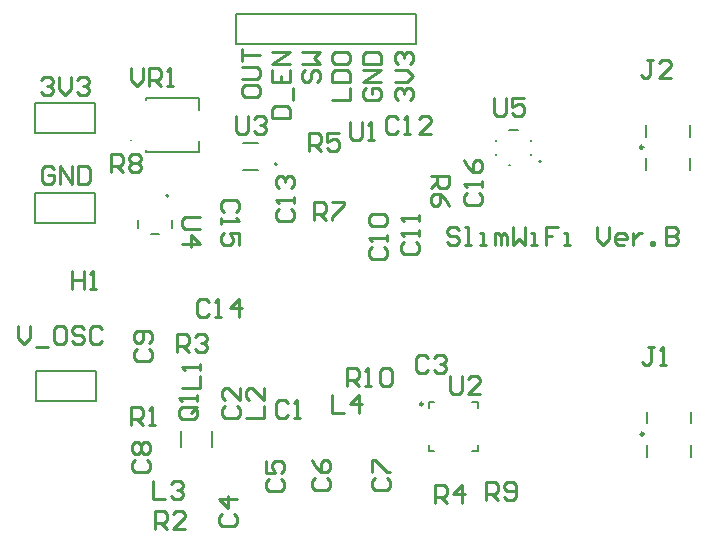
<source format=gbr>
%TF.GenerationSoftware,Altium Limited,Altium Designer,22.6.1 (34)*%
G04 Layer_Color=65535*
%FSLAX26Y26*%
%MOIN*%
%TF.SameCoordinates,2B337168-DF0E-4336-AB3C-9C7F5D13073F*%
%TF.FilePolarity,Positive*%
%TF.FileFunction,Legend,Top*%
%TF.Part,Single*%
G01*
G75*
%TA.AperFunction,NonConductor*%
%ADD40C,0.009842*%
%ADD41C,0.011024*%
%ADD42C,0.007874*%
%ADD43C,0.005000*%
%ADD44C,0.010000*%
D40*
X2393622Y1444803D02*
G03*
X2393622Y1444803I-4921J0D01*
G01*
D41*
X3129961Y1345000D02*
G03*
X3129961Y1345000I-5512J0D01*
G01*
X3127835Y2301220D02*
G03*
X3127835Y2301220I-5512J0D01*
G01*
D42*
X2787520Y2252953D02*
G03*
X2787520Y2252953I-3937J0D01*
G01*
X1906614Y2244409D02*
G03*
X1906614Y2244409I-3937J0D01*
G01*
X1545276Y2139882D02*
G03*
X1545276Y2139882I-3937J0D01*
G01*
X1420236Y2324606D02*
G03*
X1420236Y2324606I-1968J0D01*
G01*
X1302450Y1455000D02*
Y1555000D01*
X1102450Y1455000D02*
X1302450D01*
X1102450D02*
Y1555000D01*
X1302450D01*
X2414291Y1289291D02*
X2432008D01*
X2414291D02*
Y1307008D01*
X2557992Y1289291D02*
X2575709D01*
Y1307008D01*
Y1432992D02*
Y1450709D01*
X2557992D02*
X2575709D01*
X2414291D02*
X2432008D01*
X2414291Y1432992D02*
Y1450709D01*
X1586937Y1300431D02*
Y1355549D01*
X1689299Y1300431D02*
Y1355549D01*
X1770000Y2645000D02*
Y2745000D01*
X2370000Y2645000D02*
Y2745000D01*
X1770000Y2645000D02*
X2370000D01*
X1770000Y2745000D02*
X2370000D01*
X1300000Y2050000D02*
Y2150000D01*
X1100000Y2050000D02*
X1300000D01*
X1100000D02*
Y2150000D01*
X1300000D01*
Y2350000D02*
Y2450000D01*
X1100000Y2350000D02*
X1300000D01*
X1100000D02*
Y2450000D01*
X1300000D01*
D43*
X3285866Y1270197D02*
Y1309567D01*
Y1380433D02*
Y1419803D01*
X3139803Y1270197D02*
Y1309567D01*
Y1380433D02*
Y1419803D01*
X2754055Y2275197D02*
Y2277559D01*
X2680039Y2359055D02*
X2709961D01*
X2754055Y2322441D02*
Y2324803D01*
X2635945Y2275197D02*
Y2277559D01*
Y2322441D02*
Y2324803D01*
X2680039Y2240945D02*
X2684370D01*
X1795394Y2223937D02*
X1844606D01*
X1795394Y2316063D02*
X1844606D01*
X1442913Y2032008D02*
Y2057992D01*
X1486811Y2013504D02*
X1513189D01*
X1557087Y2032008D02*
Y2057992D01*
X3283740Y2226417D02*
Y2265787D01*
Y2336654D02*
Y2376024D01*
X3137677Y2226417D02*
Y2265787D01*
Y2336654D02*
Y2376024D01*
X1648583Y2426772D02*
Y2463583D01*
X1471417D02*
X1648583D01*
X1471417Y2459646D02*
Y2463583D01*
Y2286417D02*
Y2290354D01*
Y2286417D02*
X1648583D01*
Y2323228D01*
D44*
X1225013Y1889990D02*
Y1830010D01*
Y1860000D01*
X1265000D01*
Y1889990D01*
Y1830010D01*
X1284994D02*
X1304987D01*
X1294990D01*
Y1889990D01*
X1284994Y1879994D01*
X2514987Y2024984D02*
X2504990Y2034981D01*
X2484997D01*
X2475000Y2024984D01*
Y2014987D01*
X2484997Y2004990D01*
X2504990D01*
X2514987Y1994994D01*
Y1984997D01*
X2504990Y1975000D01*
X2484997D01*
X2475000Y1984997D01*
X2534981Y1975000D02*
X2554974D01*
X2544977D01*
Y2034981D01*
X2534981D01*
X2584964Y1975000D02*
X2604958D01*
X2594961D01*
Y2014987D01*
X2584964D01*
X2634948Y1975000D02*
Y2014987D01*
X2644945D01*
X2654942Y2004990D01*
Y1975000D01*
Y2004990D01*
X2664939Y2014987D01*
X2674935Y2004990D01*
Y1975000D01*
X2694929Y2034981D02*
Y1975000D01*
X2714922Y1994994D01*
X2734916Y1975000D01*
Y2034981D01*
X2754909Y1975000D02*
X2774903D01*
X2764906D01*
Y2014987D01*
X2754909D01*
X2844880Y2034981D02*
X2804893D01*
Y2004990D01*
X2824887D01*
X2804893D01*
Y1975000D01*
X2864874D02*
X2884867D01*
X2874871D01*
Y2014987D01*
X2864874D01*
X2974838Y2034981D02*
Y1994994D01*
X2994832Y1975000D01*
X3014825Y1994994D01*
Y2034981D01*
X3064809Y1975000D02*
X3044816D01*
X3034819Y1984997D01*
Y2004990D01*
X3044816Y2014987D01*
X3064809D01*
X3074806Y2004990D01*
Y1994994D01*
X3034819D01*
X3094799Y2014987D02*
Y1975000D01*
Y1994994D01*
X3104796Y2004990D01*
X3114793Y2014987D01*
X3124790D01*
X3154780Y1975000D02*
Y1984997D01*
X3164777D01*
Y1975000D01*
X3154780D01*
X3204764Y2034981D02*
Y1975000D01*
X3234754D01*
X3244751Y1984997D01*
Y1994994D01*
X3234754Y2004990D01*
X3204764D01*
X3234754D01*
X3244751Y2014987D01*
Y2024984D01*
X3234754Y2034981D01*
X3204764D01*
X1890023Y2400000D02*
X1950003D01*
Y2429990D01*
X1940006Y2439987D01*
X1900019D01*
X1890023Y2429990D01*
Y2400000D01*
X1960000Y2459981D02*
Y2499968D01*
X1890023Y2559948D02*
Y2519961D01*
X1950003D01*
Y2559948D01*
X1920013Y2519961D02*
Y2539955D01*
X1950003Y2579942D02*
X1890023D01*
X1950003Y2619929D01*
X1890023D01*
X2000016Y2559987D02*
X1990019Y2549990D01*
Y2529997D01*
X2000016Y2520000D01*
X2010013D01*
X2020010Y2529997D01*
Y2549990D01*
X2030006Y2559987D01*
X2040003D01*
X2050000Y2549990D01*
Y2529997D01*
X2040003Y2520000D01*
X1990019Y2579981D02*
X2050000D01*
X2030006Y2599974D01*
X2050000Y2619968D01*
X1990019D01*
X2205016Y2499987D02*
X2195019Y2489990D01*
Y2469997D01*
X2205016Y2460000D01*
X2245003D01*
X2255000Y2469997D01*
Y2489990D01*
X2245003Y2499987D01*
X2225010D01*
Y2479994D01*
X2255000Y2519981D02*
X2195019D01*
X2255000Y2559968D01*
X2195019D01*
Y2579961D02*
X2255000D01*
Y2609952D01*
X2245003Y2619948D01*
X2205016D01*
X2195019Y2609952D01*
Y2579961D01*
X2310016Y2460000D02*
X2300019Y2469997D01*
Y2489990D01*
X2310016Y2499987D01*
X2320013D01*
X2330010Y2489990D01*
Y2479994D01*
Y2489990D01*
X2340006Y2499987D01*
X2350003D01*
X2360000Y2489990D01*
Y2469997D01*
X2350003Y2460000D01*
X2300019Y2519981D02*
X2340006D01*
X2360000Y2539974D01*
X2340006Y2559968D01*
X2300019D01*
X2310016Y2579961D02*
X2300019Y2589958D01*
Y2609952D01*
X2310016Y2619948D01*
X2320013D01*
X2330010Y2609952D01*
Y2599955D01*
Y2609952D01*
X2340006Y2619948D01*
X2350003D01*
X2360000Y2609952D01*
Y2589958D01*
X2350003Y2579961D01*
X1045000Y1704977D02*
Y1664990D01*
X1064994Y1644997D01*
X1084987Y1664990D01*
Y1704977D01*
X1104981Y1635000D02*
X1144968D01*
X1194951Y1704977D02*
X1174958D01*
X1164961Y1694981D01*
Y1654994D01*
X1174958Y1644997D01*
X1194951D01*
X1204948Y1654994D01*
Y1694981D01*
X1194951Y1704977D01*
X1264929Y1694981D02*
X1254932Y1704977D01*
X1234939D01*
X1224942Y1694981D01*
Y1684984D01*
X1234939Y1674987D01*
X1254932D01*
X1264929Y1664990D01*
Y1654994D01*
X1254932Y1644997D01*
X1234939D01*
X1224942Y1654994D01*
X1324909Y1694981D02*
X1314913Y1704977D01*
X1294919D01*
X1284922Y1694981D01*
Y1654994D01*
X1294919Y1644997D01*
X1314913D01*
X1324909Y1654994D01*
X2090019Y2460000D02*
X2150000D01*
Y2499987D01*
X2090019Y2519981D02*
X2150000D01*
Y2549971D01*
X2140003Y2559968D01*
X2100016D01*
X2090019Y2549971D01*
Y2519981D01*
Y2609952D02*
Y2589958D01*
X2100016Y2579961D01*
X2140003D01*
X2150000Y2589958D01*
Y2609952D01*
X2140003Y2619948D01*
X2100016D01*
X2090019Y2609952D01*
X1790019Y2499990D02*
Y2479997D01*
X1800016Y2470000D01*
X1840003D01*
X1850000Y2479997D01*
Y2499990D01*
X1840003Y2509987D01*
X1800016D01*
X1790019Y2499990D01*
Y2529981D02*
X1840003D01*
X1850000Y2539977D01*
Y2559971D01*
X1840003Y2569968D01*
X1790019D01*
Y2589961D02*
Y2629948D01*
Y2609955D01*
X1850000D01*
X1164987Y2229984D02*
X1154990Y2239981D01*
X1134997D01*
X1125000Y2229984D01*
Y2189997D01*
X1134997Y2180000D01*
X1154990D01*
X1164987Y2189997D01*
Y2209990D01*
X1144994D01*
X1184981Y2180000D02*
Y2239981D01*
X1224968Y2180000D01*
Y2239981D01*
X1244961D02*
Y2180000D01*
X1274951D01*
X1284948Y2189997D01*
Y2229984D01*
X1274951Y2239981D01*
X1244961D01*
X1120000Y2524984D02*
X1129997Y2534981D01*
X1149990D01*
X1159987Y2524984D01*
Y2514987D01*
X1149990Y2504990D01*
X1139994D01*
X1149990D01*
X1159987Y2494994D01*
Y2484997D01*
X1149990Y2475000D01*
X1129997D01*
X1120000Y2484997D01*
X1179981Y2534981D02*
Y2494994D01*
X1199974Y2475000D01*
X1219968Y2494994D01*
Y2534981D01*
X1239961Y2524984D02*
X1249958Y2534981D01*
X1269951D01*
X1279948Y2524984D01*
Y2514987D01*
X1269951Y2504990D01*
X1259955D01*
X1269951D01*
X1279948Y2494994D01*
Y2484997D01*
X1269951Y2475000D01*
X1249958D01*
X1239961Y2484997D01*
X2140024Y1505010D02*
Y1564990D01*
X2170015D01*
X2180011Y1554994D01*
Y1535000D01*
X2170015Y1525003D01*
X2140024D01*
X2160018D02*
X2180011Y1505010D01*
X2200005D02*
X2219998D01*
X2210002D01*
Y1564990D01*
X2200005Y1554994D01*
X2249989D02*
X2259985Y1564990D01*
X2279979D01*
X2289976Y1554994D01*
Y1515006D01*
X2279979Y1505010D01*
X2259985D01*
X2249989Y1515006D01*
Y1554994D01*
X2605016Y1125010D02*
Y1184990D01*
X2635006D01*
X2645003Y1174994D01*
Y1155000D01*
X2635006Y1145003D01*
X2605016D01*
X2625010D02*
X2645003Y1125010D01*
X2664997Y1135006D02*
X2674994Y1125010D01*
X2694987D01*
X2704984Y1135006D01*
Y1174994D01*
X2694987Y1184990D01*
X2674994D01*
X2664997Y1174994D01*
Y1164997D01*
X2674994Y1155000D01*
X2704984D01*
X2631000Y2463981D02*
Y2413997D01*
X2640997Y2404000D01*
X2660990D01*
X2670987Y2413997D01*
Y2463981D01*
X2730968D02*
X2690981D01*
Y2433990D01*
X2710974Y2443987D01*
X2720971D01*
X2730968Y2433990D01*
Y2413997D01*
X2720971Y2404000D01*
X2700977D01*
X2690981Y2413997D01*
X2540006Y2150011D02*
X2530010Y2140015D01*
Y2120021D01*
X2540006Y2110024D01*
X2579993D01*
X2589990Y2120021D01*
Y2140015D01*
X2579993Y2150011D01*
X2589990Y2170005D02*
Y2189998D01*
Y2180002D01*
X2530010D01*
X2540006Y2170005D01*
X2530010Y2259976D02*
X2540006Y2239982D01*
X2560000Y2219989D01*
X2579993D01*
X2589990Y2229985D01*
Y2249979D01*
X2579993Y2259976D01*
X2569997D01*
X2560000Y2249979D01*
Y2219989D01*
X1355016Y2220010D02*
Y2279990D01*
X1385006D01*
X1395003Y2269994D01*
Y2250000D01*
X1385006Y2240003D01*
X1355016D01*
X1375010D02*
X1395003Y2220010D01*
X1414997Y2269994D02*
X1424994Y2279990D01*
X1444987D01*
X1454984Y2269994D01*
Y2259997D01*
X1444987Y2250000D01*
X1454984Y2240003D01*
Y2230006D01*
X1444987Y2220010D01*
X1424994D01*
X1414997Y2230006D01*
Y2240003D01*
X1424994Y2250000D01*
X1414997Y2259997D01*
Y2269994D01*
X1424994Y2250000D02*
X1444987D01*
X2030016Y2060010D02*
Y2119990D01*
X2060006D01*
X2070003Y2109994D01*
Y2090000D01*
X2060006Y2080003D01*
X2030016D01*
X2050010D02*
X2070003Y2060010D01*
X2089997Y2119990D02*
X2129984D01*
Y2109994D01*
X2089997Y2070006D01*
Y2060010D01*
X1770016Y2404990D02*
Y2355006D01*
X1780013Y2345010D01*
X1800006D01*
X1810003Y2355006D01*
Y2404990D01*
X1829997Y2394994D02*
X1839994Y2404990D01*
X1859987D01*
X1869984Y2394994D01*
Y2384997D01*
X1859987Y2375000D01*
X1849990D01*
X1859987D01*
X1869984Y2365003D01*
Y2355006D01*
X1859987Y2345010D01*
X1839994D01*
X1829997Y2355006D01*
X2150013Y2384990D02*
Y2335006D01*
X2160010Y2325010D01*
X2180003D01*
X2190000Y2335006D01*
Y2384990D01*
X2209994Y2325010D02*
X2229987D01*
X2219990D01*
Y2384990D01*
X2209994Y2374994D01*
X1422000Y2563981D02*
Y2523994D01*
X1441994Y2504000D01*
X1461987Y2523994D01*
Y2563981D01*
X1481981Y2504000D02*
Y2563981D01*
X1511971D01*
X1521968Y2553984D01*
Y2533990D01*
X1511971Y2523994D01*
X1481981D01*
X1501974D02*
X1521968Y2504000D01*
X1541961D02*
X1561955D01*
X1551958D01*
Y2563981D01*
X1541961Y2553984D01*
X1649990Y2069984D02*
X1600006D01*
X1590010Y2059987D01*
Y2039994D01*
X1600006Y2029997D01*
X1649990D01*
X1590010Y1980013D02*
X1649990D01*
X1620000Y2010003D01*
Y1970016D01*
X2420010Y2204984D02*
X2479990D01*
Y2174993D01*
X2469994Y2164997D01*
X2450000D01*
X2440003Y2174993D01*
Y2204984D01*
Y2184990D02*
X2420010Y2164997D01*
X2479990Y2105016D02*
X2469994Y2125010D01*
X2450000Y2145003D01*
X2430007D01*
X2420010Y2135006D01*
Y2115013D01*
X2430007Y2105016D01*
X2440003D01*
X2450000Y2115013D01*
Y2145003D01*
X2012575Y2290010D02*
Y2349990D01*
X2042565D01*
X2052562Y2339993D01*
Y2320000D01*
X2042565Y2310003D01*
X2012575D01*
X2032569D02*
X2052562Y2290010D01*
X2112543Y2349990D02*
X2072556D01*
Y2320000D01*
X2092549Y2329997D01*
X2102546D01*
X2112543Y2320000D01*
Y2300006D01*
X2102546Y2290010D01*
X2082553D01*
X2072556Y2300006D01*
X3160987Y2590981D02*
X3140994D01*
X3150990D01*
Y2540997D01*
X3140994Y2531000D01*
X3130997D01*
X3121000Y2540997D01*
X3220968Y2531000D02*
X3180981D01*
X3220968Y2570987D01*
Y2580984D01*
X3210971Y2590981D01*
X3190977D01*
X3180981Y2580984D01*
X1769994Y2084988D02*
X1779990Y2094985D01*
Y2114979D01*
X1769994Y2124976D01*
X1730007D01*
X1720010Y2114979D01*
Y2094985D01*
X1730007Y2084988D01*
X1720010Y2064995D02*
Y2045002D01*
Y2054998D01*
X1779990D01*
X1769994Y2064995D01*
X1779990Y1975024D02*
Y2015011D01*
X1750000D01*
X1759997Y1995018D01*
Y1985021D01*
X1750000Y1975024D01*
X1730007D01*
X1720010Y1985021D01*
Y2005014D01*
X1730007Y2015011D01*
X1680011Y1784994D02*
X1670015Y1794990D01*
X1650021D01*
X1640024Y1784994D01*
Y1745006D01*
X1650021Y1735010D01*
X1670015D01*
X1680011Y1745006D01*
X1700005Y1735010D02*
X1719998D01*
X1710002D01*
Y1794990D01*
X1700005Y1784994D01*
X1779979Y1735010D02*
Y1794990D01*
X1749989Y1765000D01*
X1789976D01*
X1915006Y2095011D02*
X1905010Y2085015D01*
Y2065021D01*
X1915006Y2055024D01*
X1954994D01*
X1964990Y2065021D01*
Y2085015D01*
X1954994Y2095011D01*
X1964990Y2115005D02*
Y2134998D01*
Y2125002D01*
X1905010D01*
X1915006Y2115005D01*
Y2164989D02*
X1905010Y2174985D01*
Y2194979D01*
X1915006Y2204976D01*
X1925003D01*
X1935000Y2194979D01*
Y2184982D01*
Y2194979D01*
X1944997Y2204976D01*
X1954994D01*
X1964990Y2194979D01*
Y2174985D01*
X1954994Y2164989D01*
X2310011Y2394994D02*
X2300015Y2404990D01*
X2280021D01*
X2270024Y2394994D01*
Y2355006D01*
X2280021Y2345010D01*
X2300015D01*
X2310011Y2355006D01*
X2330005Y2345010D02*
X2349998D01*
X2340002D01*
Y2404990D01*
X2330005Y2394994D01*
X2419976Y2345010D02*
X2379989D01*
X2419976Y2384997D01*
Y2394994D01*
X2409979Y2404990D01*
X2389985D01*
X2379989Y2394994D01*
X2330006Y1985008D02*
X2320010Y1975011D01*
Y1955018D01*
X2330006Y1945021D01*
X2369993D01*
X2379990Y1955018D01*
Y1975011D01*
X2369993Y1985008D01*
X2379990Y2005002D02*
Y2024995D01*
Y2014998D01*
X2320010D01*
X2330006Y2005002D01*
X2379990Y2054985D02*
Y2074979D01*
Y2064982D01*
X2320010D01*
X2330006Y2054985D01*
X2225006Y1967452D02*
X2215010Y1957455D01*
Y1937462D01*
X2225006Y1927465D01*
X2264994D01*
X2274990Y1937462D01*
Y1957455D01*
X2264994Y1967452D01*
X2274990Y1987446D02*
Y2007439D01*
Y1997443D01*
X2215010D01*
X2225006Y1987446D01*
Y2037429D02*
X2215010Y2047426D01*
Y2067420D01*
X2225006Y2077417D01*
X2264994D01*
X2274990Y2067420D01*
Y2047426D01*
X2264994Y2037429D01*
X2225006D01*
X1440006Y1630003D02*
X1430010Y1620006D01*
Y1600013D01*
X1440006Y1590016D01*
X1479994D01*
X1489990Y1600013D01*
Y1620006D01*
X1479994Y1630003D01*
Y1649997D02*
X1489990Y1659994D01*
Y1679987D01*
X1479994Y1689984D01*
X1440006D01*
X1430010Y1679987D01*
Y1659994D01*
X1440006Y1649997D01*
X1450003D01*
X1460000Y1659994D01*
Y1689984D01*
X2435016Y1115010D02*
Y1174990D01*
X2465006D01*
X2475003Y1164994D01*
Y1145000D01*
X2465006Y1135003D01*
X2435016D01*
X2455010D02*
X2475003Y1115010D01*
X2524987D02*
Y1174990D01*
X2494997Y1145000D01*
X2534984D01*
X1942559Y1449994D02*
X1932562Y1459990D01*
X1912569D01*
X1902572Y1449994D01*
Y1410007D01*
X1912569Y1400010D01*
X1932562D01*
X1942559Y1410007D01*
X1962553Y1400010D02*
X1982546D01*
X1972550D01*
Y1459990D01*
X1962553Y1449994D01*
X1435006Y1260003D02*
X1425010Y1250006D01*
Y1230013D01*
X1435006Y1220016D01*
X1474994D01*
X1484990Y1230013D01*
Y1250006D01*
X1474994Y1260003D01*
X1435006Y1279997D02*
X1425010Y1289994D01*
Y1309987D01*
X1435006Y1319984D01*
X1445003D01*
X1455000Y1309987D01*
X1464997Y1319984D01*
X1474994D01*
X1484990Y1309987D01*
Y1289994D01*
X1474994Y1279997D01*
X1464997D01*
X1455000Y1289994D01*
X1445003Y1279997D01*
X1435006D01*
X1455000Y1289994D02*
Y1309987D01*
X1500016Y1030010D02*
Y1089990D01*
X1530006D01*
X1540003Y1079994D01*
Y1060000D01*
X1530006Y1050003D01*
X1500016D01*
X1520010D02*
X1540003Y1030010D01*
X1599984D02*
X1559997D01*
X1599984Y1069997D01*
Y1079994D01*
X1589987Y1089990D01*
X1569994D01*
X1559997Y1079994D01*
X1420013Y1375010D02*
Y1434990D01*
X1450003D01*
X1460000Y1424994D01*
Y1405000D01*
X1450003Y1395003D01*
X1420013D01*
X1440006D02*
X1460000Y1375010D01*
X1479994D02*
X1499987D01*
X1489990D01*
Y1434990D01*
X1479994Y1424994D01*
X2090016Y1474990D02*
Y1415010D01*
X2130003D01*
X2179987D02*
Y1474990D01*
X2149997Y1445000D01*
X2189984D01*
X1495016Y1189990D02*
Y1130010D01*
X1535003D01*
X1554997Y1179994D02*
X1564994Y1189990D01*
X1584987D01*
X1594984Y1179994D01*
Y1169997D01*
X1584987Y1160000D01*
X1574990D01*
X1584987D01*
X1594984Y1150003D01*
Y1140006D01*
X1584987Y1130010D01*
X1564994D01*
X1554997Y1140006D01*
X1805010Y1400016D02*
X1864990D01*
Y1440003D01*
Y1499984D02*
Y1459997D01*
X1825003Y1499984D01*
X1815006D01*
X1805010Y1489987D01*
Y1469994D01*
X1815006Y1459997D01*
X1590010Y1500013D02*
X1649990D01*
Y1540000D01*
Y1559994D02*
Y1579987D01*
Y1569990D01*
X1590010D01*
X1600006Y1559994D01*
X2235006Y1200003D02*
X2225010Y1190006D01*
Y1170013D01*
X2235006Y1160016D01*
X2274994D01*
X2284990Y1170013D01*
Y1190006D01*
X2274994Y1200003D01*
X2225010Y1219997D02*
Y1259984D01*
X2235006D01*
X2274994Y1219997D01*
X2284990D01*
X2035006Y1200003D02*
X2025010Y1190006D01*
Y1170013D01*
X2035006Y1160016D01*
X2074994D01*
X2084990Y1170013D01*
Y1190006D01*
X2074994Y1200003D01*
X2025010Y1259984D02*
X2035006Y1239990D01*
X2055000Y1219997D01*
X2074994D01*
X2084990Y1229994D01*
Y1249987D01*
X2074994Y1259984D01*
X2064997D01*
X2055000Y1249987D01*
Y1219997D01*
X1880006Y1195003D02*
X1870010Y1185006D01*
Y1165013D01*
X1880006Y1155016D01*
X1919994D01*
X1929990Y1165013D01*
Y1185006D01*
X1919994Y1195003D01*
X1870010Y1254984D02*
Y1214997D01*
X1900000D01*
X1890003Y1234990D01*
Y1244987D01*
X1900000Y1254984D01*
X1919994D01*
X1929990Y1244987D01*
Y1224994D01*
X1919994Y1214997D01*
X1725006Y1080003D02*
X1715010Y1070006D01*
Y1050013D01*
X1725006Y1040016D01*
X1764994D01*
X1774990Y1050013D01*
Y1070006D01*
X1764994Y1080003D01*
X1774990Y1129987D02*
X1715010D01*
X1745000Y1099997D01*
Y1139984D01*
X2410003Y1599994D02*
X2400006Y1609990D01*
X2380013D01*
X2370016Y1599994D01*
Y1560006D01*
X2380013Y1550010D01*
X2400006D01*
X2410003Y1560006D01*
X2429997Y1599994D02*
X2439994Y1609990D01*
X2459987D01*
X2469984Y1599994D01*
Y1589997D01*
X2459987Y1580000D01*
X2449990D01*
X2459987D01*
X2469984Y1570003D01*
Y1560006D01*
X2459987Y1550010D01*
X2439994D01*
X2429997Y1560006D01*
X1735006Y1440003D02*
X1725010Y1430006D01*
Y1410013D01*
X1735006Y1400016D01*
X1774994D01*
X1784990Y1410013D01*
Y1430006D01*
X1774994Y1440003D01*
X1784990Y1499984D02*
Y1459997D01*
X1745003Y1499984D01*
X1735006D01*
X1725010Y1489987D01*
Y1469994D01*
X1735006Y1459997D01*
X2485016Y1539990D02*
Y1490006D01*
X2495013Y1480010D01*
X2515006D01*
X2525003Y1490006D01*
Y1539990D01*
X2584984Y1480010D02*
X2544997D01*
X2584984Y1519997D01*
Y1529994D01*
X2574987Y1539990D01*
X2554994D01*
X2544997Y1529994D01*
X1629994Y1435000D02*
X1590006D01*
X1580010Y1425003D01*
Y1405010D01*
X1590006Y1395013D01*
X1629994D01*
X1639990Y1405010D01*
Y1425003D01*
X1619997Y1415006D02*
X1639990Y1435000D01*
Y1425003D02*
X1629994Y1435000D01*
X1639990Y1454994D02*
Y1474987D01*
Y1464990D01*
X1580010D01*
X1590006Y1454994D01*
X1575016Y1620010D02*
Y1679990D01*
X1605006D01*
X1615003Y1669994D01*
Y1650000D01*
X1605006Y1640003D01*
X1575016D01*
X1595010D02*
X1615003Y1620010D01*
X1634997Y1669994D02*
X1644994Y1679990D01*
X1664987D01*
X1674984Y1669994D01*
Y1659997D01*
X1664987Y1650000D01*
X1654990D01*
X1664987D01*
X1674984Y1640003D01*
Y1630006D01*
X1664987Y1620010D01*
X1644994D01*
X1634997Y1630006D01*
X3162987Y1633981D02*
X3142994D01*
X3152990D01*
Y1583997D01*
X3142994Y1574000D01*
X3132997D01*
X3123000Y1583997D01*
X3182981Y1574000D02*
X3202974D01*
X3192977D01*
Y1633981D01*
X3182981Y1623984D01*
%TF.MD5,b3e2bd8b5aae1198a0964bd8cec2b4ad*%
M02*

</source>
